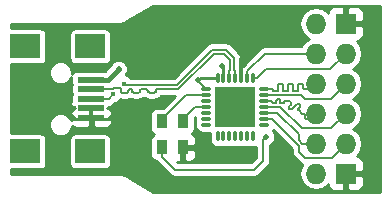
<source format=gtl>
G04 #@! TF.FileFunction,Copper,L1,Top,Signal*
%FSLAX46Y46*%
G04 Gerber Fmt 4.6, Leading zero omitted, Abs format (unit mm)*
G04 Created by KiCad (PCBNEW 4.0.1-product) date Wed 24 Feb 2016 04:31:22 PM PST*
%MOMM*%
G01*
G04 APERTURE LIST*
%ADD10C,0.100000*%
%ADD11R,2.301240X0.500380*%
%ADD12R,2.499360X1.998980*%
%ADD13R,0.900000X1.200000*%
%ADD14O,0.300000X0.850000*%
%ADD15O,0.850000X0.300000*%
%ADD16R,1.675000X1.675000*%
%ADD17O,1.727200X1.727200*%
%ADD18R,1.727200X1.727200*%
%ADD19C,0.500000*%
%ADD20C,0.440000*%
%ADD21C,0.250000*%
%ADD22C,0.160000*%
%ADD23C,0.400000*%
%ADD24C,0.350000*%
%ADD25C,0.300000*%
%ADD26C,0.254000*%
G04 APERTURE END LIST*
D10*
D11*
X77449320Y-47399800D03*
X77449320Y-48199900D03*
X77449320Y-49000000D03*
X77449320Y-49800100D03*
X77449320Y-50600200D03*
D12*
X77350260Y-44549920D03*
X71851160Y-44549920D03*
X77350260Y-53450080D03*
X71851160Y-53450080D03*
D13*
X83400000Y-53100000D03*
X83400000Y-50900000D03*
X85200000Y-50900000D03*
X85200000Y-53100000D03*
D14*
X91128533Y-47253565D03*
X90628533Y-47253565D03*
X90128533Y-47253565D03*
X89628533Y-47253565D03*
X89128533Y-47253565D03*
X88628533Y-47253565D03*
X88128533Y-47253565D03*
D15*
X87178533Y-48203565D03*
X87178533Y-48703565D03*
X87178533Y-49203565D03*
X87178533Y-49703565D03*
X87178533Y-50203565D03*
X87178533Y-50703565D03*
X87178533Y-51203565D03*
D14*
X88128533Y-52153565D03*
X88628533Y-52153565D03*
X89128533Y-52153565D03*
X89628533Y-52153565D03*
X90128533Y-52153565D03*
X90628533Y-52153565D03*
X91128533Y-52153565D03*
D15*
X92078533Y-51203565D03*
X92078533Y-50703565D03*
X92078533Y-50203565D03*
X92078533Y-49703565D03*
X92078533Y-49203565D03*
X92078533Y-48703565D03*
X92078533Y-48203565D03*
D16*
X88791033Y-50541065D03*
X90466033Y-50541065D03*
X88791033Y-48866065D03*
X90466033Y-48866065D03*
D17*
X96460000Y-55330000D03*
D18*
X99000000Y-55330000D03*
D17*
X96460000Y-52790000D03*
X99000000Y-52790000D03*
X96460000Y-50250000D03*
X99000000Y-50250000D03*
X96460000Y-47710000D03*
X99000000Y-47710000D03*
X96460000Y-45170000D03*
X99000000Y-45170000D03*
X96460000Y-42630000D03*
D18*
X99000000Y-42630000D03*
D19*
X86500000Y-47450000D03*
X79750000Y-46500000D03*
D20*
X86750000Y-52750000D03*
X90500000Y-45250000D03*
D19*
X92250000Y-52250000D03*
X88500000Y-46250000D03*
D20*
X80200000Y-47709990D03*
X79300000Y-48630010D03*
D21*
X86500000Y-47450000D02*
X86500000Y-47525032D01*
D22*
X86500000Y-47525032D02*
X87178533Y-48203565D01*
D21*
X86696435Y-47253565D02*
X86500000Y-47450000D01*
X88128533Y-47253565D02*
X86696435Y-47253565D01*
D23*
X77449320Y-47399800D02*
X78850200Y-47399800D01*
X78850200Y-47399800D02*
X79750000Y-46500000D01*
D22*
X85200000Y-53100000D02*
X86400000Y-53100000D01*
X86400000Y-53100000D02*
X86750000Y-52750000D01*
D24*
X90128533Y-47253565D02*
X90128533Y-45621467D01*
X90128533Y-45621467D02*
X90500000Y-45250000D01*
D25*
X77449320Y-49800100D02*
X77449320Y-50600200D01*
D22*
X83400000Y-53100000D02*
X83400000Y-53900000D01*
X83400000Y-53900000D02*
X84500000Y-55000000D01*
X92000000Y-54250000D02*
X92000000Y-52500000D01*
X84500000Y-55000000D02*
X91250000Y-55000000D01*
X91250000Y-55000000D02*
X92000000Y-54250000D01*
X92000000Y-52500000D02*
X92250000Y-52250000D01*
D21*
X88628533Y-47253565D02*
X88628533Y-46378533D01*
X88628533Y-46378533D02*
X88500000Y-46250000D01*
D22*
X95290000Y-52790000D02*
X96460000Y-52790000D01*
X95000000Y-52000000D02*
X95000000Y-52500000D01*
X95000000Y-52500000D02*
X95290000Y-52790000D01*
X93203565Y-50203565D02*
X95000000Y-52000000D01*
X92078533Y-50203565D02*
X93203565Y-50203565D01*
X79288873Y-48071254D02*
X79300000Y-48070000D01*
X79870000Y-48070000D02*
X79881126Y-48071254D01*
X77500000Y-48250000D02*
X77580000Y-48170000D01*
X79923760Y-48353378D02*
X79934854Y-48385082D01*
X79976476Y-48437274D02*
X80004917Y-48455145D01*
X80473378Y-48466239D02*
X80505082Y-48455145D01*
X79248746Y-48131127D02*
X79251253Y-48108874D01*
X82903760Y-48286621D02*
X82914854Y-48254917D01*
X77580000Y-48170000D02*
X79200000Y-48170000D01*
X80440000Y-48470000D02*
X80473378Y-48466239D01*
X82932725Y-48226476D02*
X82956476Y-48202725D01*
X87820416Y-45170000D02*
X88679584Y-45170000D01*
X80557274Y-48413523D02*
X80575145Y-48385082D01*
X79200000Y-48170000D02*
X79211126Y-48168747D01*
X82783378Y-48466239D02*
X82815082Y-48455145D01*
X79211126Y-48168747D02*
X79221694Y-48165049D01*
X82867274Y-48413523D02*
X82885145Y-48385082D01*
X80740000Y-48170000D02*
X80773378Y-48173760D01*
X79221694Y-48165049D02*
X79231174Y-48159092D01*
X80922725Y-48413523D02*
X80946476Y-48437274D01*
X79254951Y-48098306D02*
X79260908Y-48088826D01*
X81443378Y-48466239D02*
X81475082Y-48455145D01*
X79909091Y-48088826D02*
X79915048Y-48098306D01*
X82233760Y-48353378D02*
X82244854Y-48385082D01*
X80946476Y-48437274D02*
X80974917Y-48455145D01*
X79231174Y-48159092D02*
X79239091Y-48151175D01*
X79239091Y-48151175D02*
X79245048Y-48141695D01*
X82914854Y-48254917D02*
X82932725Y-48226476D01*
X79245048Y-48141695D02*
X79248746Y-48131127D01*
X82145082Y-48184854D02*
X82173523Y-48202725D01*
X79251253Y-48108874D02*
X79254951Y-48098306D01*
X79260908Y-48088826D02*
X79268825Y-48080909D01*
X79278305Y-48074952D02*
X79288873Y-48071254D01*
X79952725Y-48413523D02*
X79976476Y-48437274D01*
X82956476Y-48202725D02*
X82984917Y-48184854D01*
X79268825Y-48080909D02*
X79278305Y-48074952D01*
X80857274Y-48226476D02*
X80875145Y-48254917D01*
X79300000Y-48070000D02*
X79870000Y-48070000D01*
X79891694Y-48074952D02*
X79901174Y-48080909D01*
X80070000Y-48470000D02*
X80440000Y-48470000D01*
X81556239Y-48353378D02*
X81563760Y-48286621D01*
X79881126Y-48071254D02*
X79891694Y-48074952D01*
X81563760Y-48286621D02*
X81574854Y-48254917D01*
X82286476Y-48437274D02*
X82314917Y-48455145D01*
X89128533Y-46678565D02*
X89128533Y-47253565D01*
X80586239Y-48353378D02*
X80593760Y-48286621D01*
X80004917Y-48455145D02*
X80036621Y-48466239D01*
X79901174Y-48080909D02*
X79909091Y-48088826D01*
X79915048Y-48098306D02*
X79918746Y-48108874D01*
X81475082Y-48455145D02*
X81503523Y-48437274D01*
X80833523Y-48202725D02*
X80857274Y-48226476D01*
X79918746Y-48108874D02*
X79920000Y-48120000D01*
X82843523Y-48437274D02*
X82867274Y-48413523D01*
X79920000Y-48120000D02*
X79920000Y-48320000D01*
X81574854Y-48254917D02*
X81592725Y-48226476D01*
X79920000Y-48320000D02*
X79923760Y-48353378D01*
X82244854Y-48385082D02*
X82262725Y-48413523D01*
X80505082Y-48455145D02*
X80533523Y-48437274D01*
X79934854Y-48385082D02*
X79952725Y-48413523D01*
X88679584Y-45170000D02*
X89208533Y-45698949D01*
X80893760Y-48353378D02*
X80904854Y-48385082D01*
X80646476Y-48202725D02*
X80674917Y-48184854D01*
X80036621Y-48466239D02*
X80070000Y-48470000D01*
X81710000Y-48170000D02*
X82080000Y-48170000D01*
X89208533Y-46598565D02*
X89128533Y-46678565D01*
X81527274Y-48413523D02*
X81545145Y-48385082D01*
X82346621Y-48466239D02*
X82380000Y-48470000D01*
X80533523Y-48437274D02*
X80557274Y-48413523D01*
X80974917Y-48455145D02*
X81006621Y-48466239D01*
X80575145Y-48385082D02*
X80586239Y-48353378D01*
X80593760Y-48286621D02*
X80604854Y-48254917D01*
X80604854Y-48254917D02*
X80622725Y-48226476D01*
X80622725Y-48226476D02*
X80646476Y-48202725D01*
X80674917Y-48184854D02*
X80706621Y-48173760D01*
X81410000Y-48470000D02*
X81443378Y-48466239D01*
X80706621Y-48173760D02*
X80740000Y-48170000D01*
X80773378Y-48173760D02*
X80805082Y-48184854D01*
X80805082Y-48184854D02*
X80833523Y-48202725D01*
X80875145Y-48254917D02*
X80886239Y-48286621D01*
X80886239Y-48286621D02*
X80893760Y-48353378D01*
X82750000Y-48470000D02*
X82783378Y-48466239D01*
X80904854Y-48385082D02*
X80922725Y-48413523D01*
X81006621Y-48466239D02*
X81040000Y-48470000D01*
X81040000Y-48470000D02*
X81410000Y-48470000D01*
X81503523Y-48437274D02*
X81527274Y-48413523D01*
X81545145Y-48385082D02*
X81556239Y-48353378D01*
X81592725Y-48226476D02*
X81616476Y-48202725D01*
X81616476Y-48202725D02*
X81644917Y-48184854D01*
X81644917Y-48184854D02*
X81676621Y-48173760D01*
X81676621Y-48173760D02*
X81710000Y-48170000D01*
X82080000Y-48170000D02*
X82113378Y-48173760D01*
X82113378Y-48173760D02*
X82145082Y-48184854D01*
X82173523Y-48202725D02*
X82197274Y-48226476D01*
X82197274Y-48226476D02*
X82215145Y-48254917D01*
X82215145Y-48254917D02*
X82226239Y-48286621D01*
X82226239Y-48286621D02*
X82233760Y-48353378D01*
X82262725Y-48413523D02*
X82286476Y-48437274D01*
X82314917Y-48455145D02*
X82346621Y-48466239D01*
X82380000Y-48470000D02*
X82750000Y-48470000D01*
X82815082Y-48455145D02*
X82843523Y-48437274D01*
X82885145Y-48385082D02*
X82896239Y-48353378D01*
X84820416Y-48170000D02*
X87820416Y-45170000D01*
X82896239Y-48353378D02*
X82903760Y-48286621D01*
X83050000Y-48170000D02*
X84820416Y-48170000D01*
X82984917Y-48184854D02*
X83016621Y-48173760D01*
X83016621Y-48173760D02*
X83050000Y-48170000D01*
X89208533Y-45698949D02*
X89208533Y-46598565D01*
X80200000Y-47709990D02*
X80200000Y-47800000D01*
X88820416Y-44830000D02*
X89548533Y-45558117D01*
X80200000Y-47800000D02*
X80230000Y-47830000D01*
X80230000Y-47830000D02*
X84679584Y-47830000D01*
X89548533Y-46598565D02*
X89628533Y-46678565D01*
X84679584Y-47830000D02*
X87679584Y-44830000D01*
X87679584Y-44830000D02*
X88820416Y-44830000D01*
X89548533Y-45558117D02*
X89548533Y-46598565D01*
X89628533Y-46678565D02*
X89628533Y-47253565D01*
X77449320Y-49000000D02*
X78930010Y-49000000D01*
X78930010Y-49000000D02*
X79300000Y-48630010D01*
X90628533Y-47253565D02*
X90628533Y-46668565D01*
X90628533Y-46668565D02*
X92127098Y-45170000D01*
X92127098Y-45170000D02*
X95238686Y-45170000D01*
X95238686Y-45170000D02*
X96460000Y-45170000D01*
X91128533Y-47253565D02*
X91438533Y-47253565D01*
X91438533Y-47253565D02*
X92192098Y-46500000D01*
X92192098Y-46500000D02*
X97670000Y-46500000D01*
X97670000Y-46500000D02*
X99000000Y-45170000D01*
X95500000Y-49000000D02*
X97710000Y-49000000D01*
X97710000Y-49000000D02*
X99000000Y-47710000D01*
X95203565Y-48703565D02*
X95500000Y-49000000D01*
X92078533Y-48703565D02*
X95203565Y-48703565D01*
X95000000Y-53500000D02*
X95500000Y-54000000D01*
X95500000Y-54000000D02*
X97790000Y-54000000D01*
X97790000Y-54000000D02*
X98136401Y-53653599D01*
X98136401Y-53653599D02*
X99000000Y-52790000D01*
X95000000Y-52963330D02*
X95000000Y-53500000D01*
X92078533Y-50703565D02*
X92740235Y-50703565D01*
X92740235Y-50703565D02*
X95000000Y-52963330D01*
X87178533Y-48703565D02*
X85446435Y-48703565D01*
X85446435Y-48703565D02*
X83400000Y-50750000D01*
X83400000Y-50750000D02*
X83400000Y-50900000D01*
X85200000Y-50900000D02*
X85200000Y-50750000D01*
X85200000Y-50750000D02*
X86246435Y-49703565D01*
X86246435Y-49703565D02*
X86593533Y-49703565D01*
X86593533Y-49703565D02*
X87178533Y-49703565D01*
X97750000Y-51500000D02*
X99000000Y-50250000D01*
X95250000Y-51500000D02*
X97750000Y-51500000D01*
X93453565Y-49703565D02*
X95250000Y-51500000D01*
X92078533Y-49703565D02*
X93453565Y-49703565D01*
X92078533Y-48203565D02*
X92750000Y-48203565D01*
X94577791Y-48349148D02*
X94852209Y-48349148D01*
X92766197Y-48205390D02*
X92781582Y-48210773D01*
X93242791Y-48276356D02*
X93242791Y-48203565D01*
X92750000Y-48203565D02*
X92766197Y-48205390D01*
X92781582Y-48210773D02*
X92795384Y-48219445D01*
X93245000Y-48203565D02*
X93245000Y-47917982D01*
X94012209Y-48349148D02*
X94028406Y-48347322D01*
X93215384Y-48333267D02*
X93226910Y-48321741D01*
X92895582Y-48349148D02*
X93170000Y-48349148D01*
X94203884Y-47728779D02*
X94248270Y-47713248D01*
X93363884Y-47728779D02*
X93408270Y-47713248D01*
X92795384Y-48219445D02*
X92806910Y-48230971D01*
X93265796Y-47826867D02*
X93290815Y-47787050D01*
X93250265Y-47871253D02*
X93265796Y-47826867D01*
X92806910Y-48230971D02*
X92815582Y-48244773D01*
X94546208Y-48341939D02*
X94561593Y-48347322D01*
X92820965Y-48260158D02*
X92824616Y-48292554D01*
X92815582Y-48244773D02*
X92820965Y-48260158D01*
X92824616Y-48292554D02*
X92829999Y-48307939D01*
X93201582Y-48341939D02*
X93215384Y-48333267D01*
X94868406Y-48347322D02*
X94883791Y-48341939D01*
X94970815Y-47787050D02*
X95004067Y-47753798D01*
X95350265Y-48040295D02*
X95365796Y-48084681D01*
X92850197Y-48333267D02*
X92863999Y-48341939D01*
X92829999Y-48307939D02*
X92838671Y-48321741D01*
X92838671Y-48321741D02*
X92850197Y-48333267D01*
X93170000Y-48349148D02*
X93186197Y-48347322D01*
X93408270Y-47713248D02*
X93455000Y-47707982D01*
X92863999Y-48341939D02*
X92879384Y-48347322D01*
X94459184Y-47787050D02*
X94484203Y-47826867D01*
X94505000Y-47917982D02*
X94505000Y-48276357D01*
X93665000Y-48276357D02*
X93666825Y-48292554D01*
X93737791Y-48349148D02*
X94012209Y-48349148D01*
X92879384Y-48347322D02*
X92895582Y-48349148D01*
X93665000Y-47917982D02*
X93665000Y-48276357D01*
X93186197Y-48347322D02*
X93201582Y-48341939D01*
X94852209Y-48349148D02*
X94868406Y-48347322D01*
X93240965Y-48292554D02*
X93242791Y-48276356D01*
X93226910Y-48321741D02*
X93235582Y-48307939D01*
X93235582Y-48307939D02*
X93240965Y-48292554D01*
X94561593Y-48347322D02*
X94577791Y-48349148D01*
X94909119Y-48321741D02*
X94917791Y-48307939D01*
X95265932Y-47753798D02*
X95299184Y-47787050D01*
X93324067Y-47753798D02*
X93363884Y-47728779D01*
X95555000Y-48203565D02*
X95966435Y-48203565D01*
X93242791Y-48203565D02*
X93245000Y-48203565D01*
X93245000Y-47917982D02*
X93250265Y-47871253D01*
X93290815Y-47787050D02*
X93324067Y-47753798D01*
X93455000Y-47707982D02*
X93501729Y-47713248D01*
X93501729Y-47713248D02*
X93546115Y-47728779D01*
X95135000Y-47707982D02*
X95181729Y-47713248D01*
X93546115Y-47728779D02*
X93585932Y-47753798D01*
X94043791Y-48341939D02*
X94057593Y-48333267D01*
X93585932Y-47753798D02*
X93619184Y-47787050D01*
X94130815Y-47787050D02*
X94164067Y-47753798D01*
X93619184Y-47787050D02*
X93644203Y-47826867D01*
X95508270Y-48198300D02*
X95555000Y-48203565D01*
X93644203Y-47826867D02*
X93659734Y-47871253D01*
X93659734Y-47871253D02*
X93665000Y-47917982D01*
X94945796Y-47826867D02*
X94970815Y-47787050D01*
X93666825Y-48292554D02*
X93672208Y-48307939D01*
X94083174Y-48292554D02*
X94085000Y-48276357D01*
X94883791Y-48341939D02*
X94897593Y-48333267D01*
X93672208Y-48307939D02*
X93680880Y-48321741D01*
X94090265Y-47871253D02*
X94105796Y-47826867D01*
X94057593Y-48333267D02*
X94069119Y-48321741D01*
X95324203Y-47826867D02*
X95339734Y-47871253D01*
X93680880Y-48321741D02*
X93692406Y-48333267D01*
X94512208Y-48307939D02*
X94520880Y-48321741D01*
X93692406Y-48333267D02*
X93706208Y-48341939D01*
X93706208Y-48341939D02*
X93721593Y-48347322D01*
X93721593Y-48347322D02*
X93737791Y-48349148D01*
X94069119Y-48321741D02*
X94077791Y-48307939D01*
X94105796Y-47826867D02*
X94130815Y-47787050D01*
X94028406Y-48347322D02*
X94043791Y-48341939D01*
X94077791Y-48307939D02*
X94083174Y-48292554D01*
X94085000Y-48276357D02*
X94085000Y-47917982D01*
X95345000Y-47917982D02*
X95345000Y-47993565D01*
X94085000Y-47917982D02*
X94090265Y-47871253D01*
X94164067Y-47753798D02*
X94203884Y-47728779D01*
X94248270Y-47713248D02*
X94295000Y-47707982D01*
X94295000Y-47707982D02*
X94341729Y-47713248D01*
X94341729Y-47713248D02*
X94386115Y-47728779D01*
X94386115Y-47728779D02*
X94425932Y-47753798D01*
X94425932Y-47753798D02*
X94459184Y-47787050D01*
X94484203Y-47826867D02*
X94499734Y-47871253D01*
X96409013Y-47760987D02*
X96460000Y-47710000D01*
X94499734Y-47871253D02*
X94505000Y-47917982D01*
X94505000Y-48276357D02*
X94506825Y-48292554D01*
X94506825Y-48292554D02*
X94512208Y-48307939D01*
X94520880Y-48321741D02*
X94532406Y-48333267D01*
X95004067Y-47753798D02*
X95043884Y-47728779D01*
X94532406Y-48333267D02*
X94546208Y-48341939D01*
X94897593Y-48333267D02*
X94909119Y-48321741D01*
X94917791Y-48307939D02*
X94923174Y-48292554D01*
X94923174Y-48292554D02*
X94925000Y-48276357D01*
X94925000Y-48276357D02*
X94925000Y-47917982D01*
X94925000Y-47917982D02*
X94930265Y-47871253D01*
X94930265Y-47871253D02*
X94945796Y-47826867D01*
X95043884Y-47728779D02*
X95088270Y-47713248D01*
X95088270Y-47713248D02*
X95135000Y-47707982D01*
X95181729Y-47713248D02*
X95226115Y-47728779D01*
X95226115Y-47728779D02*
X95265932Y-47753798D01*
X95299184Y-47787050D02*
X95324203Y-47826867D01*
X95339734Y-47871253D02*
X95345000Y-47917982D01*
X95463884Y-48182769D02*
X95508270Y-48198300D01*
X95345000Y-47993565D02*
X95350265Y-48040295D01*
X95365796Y-48084681D02*
X95390815Y-48124498D01*
X95390815Y-48124498D02*
X95424067Y-48157750D01*
X95424067Y-48157750D02*
X95463884Y-48182769D01*
X95966435Y-48203565D02*
X96409013Y-47760987D01*
X92078533Y-49203565D02*
X92725178Y-49203565D01*
X93118572Y-49203565D02*
X93120178Y-49203565D01*
X95115988Y-49612230D02*
X95100441Y-49644510D01*
X92800412Y-49293291D02*
X92805840Y-49308804D01*
X92725178Y-49203565D02*
X92741509Y-49205405D01*
X92840121Y-49343085D02*
X92855634Y-49348513D01*
X94879842Y-49423910D02*
X94912121Y-49408364D01*
X93061509Y-49348513D02*
X93077022Y-49343085D01*
X92741509Y-49205405D02*
X92757022Y-49210833D01*
X95594906Y-50636547D02*
X95620241Y-50661882D01*
X92814584Y-49322720D02*
X92826205Y-49334341D01*
X93111303Y-49308804D02*
X93116731Y-49293291D01*
X92757022Y-49210833D02*
X92770938Y-49219577D01*
X94912121Y-49408364D02*
X94947052Y-49400391D01*
X93136190Y-49084410D02*
X93147811Y-49072789D01*
X94947052Y-49400391D02*
X94982880Y-49400391D01*
X94351027Y-49897687D02*
X94385957Y-49889715D01*
X92770938Y-49219577D02*
X92782559Y-49231198D01*
X94182092Y-49791539D02*
X94197637Y-49823819D01*
X93432909Y-49098326D02*
X93438337Y-49113839D01*
X95100442Y-49474260D02*
X95115987Y-49506540D01*
X93118572Y-49276959D02*
X93118572Y-49203565D01*
X92791303Y-49245114D02*
X92796731Y-49260627D01*
X92855634Y-49348513D02*
X92871966Y-49350354D01*
X95123959Y-49541470D02*
X95123960Y-49577300D01*
X93447446Y-49308804D02*
X93456190Y-49322720D01*
X96165093Y-49863453D02*
X96184155Y-49893790D01*
X96234906Y-50189759D02*
X96260241Y-50215094D01*
X92782559Y-49231198D02*
X92791303Y-49245114D01*
X95250000Y-50250000D02*
X95400000Y-50250000D01*
X94219976Y-49625557D02*
X94197637Y-49653569D01*
X92871966Y-49350354D02*
X93045178Y-49350354D01*
X93767446Y-49245114D02*
X93776190Y-49231198D01*
X95078103Y-49672522D02*
X94988450Y-49762176D01*
X92796731Y-49260627D02*
X92800412Y-49293291D01*
X95650578Y-50680944D02*
X95684396Y-50692777D01*
X93398628Y-49064045D02*
X93412544Y-49072789D01*
X93440178Y-49130170D02*
X93440178Y-49276960D01*
X93116731Y-49293291D02*
X93118572Y-49276959D01*
X93045178Y-49350354D02*
X93061509Y-49348513D01*
X92805840Y-49308804D02*
X92814584Y-49322720D01*
X92826205Y-49334341D02*
X92840121Y-49343085D01*
X93077022Y-49343085D02*
X93090938Y-49334341D01*
X93122018Y-49113839D02*
X93127446Y-49098326D01*
X93456190Y-49322720D02*
X93467811Y-49334341D01*
X93787811Y-49219577D02*
X93801727Y-49210833D01*
X94942593Y-49893227D02*
X94950566Y-49928158D01*
X96324396Y-50245989D02*
X96360000Y-50250000D01*
X93090938Y-49334341D02*
X93102559Y-49322720D01*
X93467811Y-49334341D02*
X93481727Y-49343085D01*
X94966110Y-49960437D02*
X94988450Y-49988450D01*
X93102559Y-49322720D02*
X93111303Y-49308804D01*
X96260241Y-50215094D02*
X96290578Y-50234156D01*
X95017811Y-49408364D02*
X95050092Y-49423910D01*
X93481727Y-49343085D02*
X93497240Y-49348513D01*
X93120178Y-49203565D02*
X93120178Y-49130170D01*
X94247987Y-49874169D02*
X94280268Y-49889715D01*
X93120178Y-49130170D02*
X93122018Y-49113839D01*
X93833572Y-49203565D02*
X94203565Y-49203565D01*
X93127446Y-49098326D02*
X93136190Y-49084410D01*
X93801727Y-49210833D02*
X93817240Y-49205405D01*
X95560000Y-50410000D02*
X95560000Y-50536789D01*
X94988450Y-49762176D02*
X94966110Y-49790187D01*
X94309630Y-49535904D02*
X94219976Y-49625557D01*
X93147811Y-49072789D02*
X93161727Y-49064045D01*
X93438337Y-49113839D02*
X93440178Y-49130170D01*
X94988450Y-49988450D02*
X95250000Y-50250000D01*
X93161727Y-49064045D02*
X93177240Y-49058617D01*
X93703115Y-49348513D02*
X93718628Y-49343085D01*
X93177240Y-49058617D02*
X93193572Y-49056776D01*
X93744165Y-49322720D02*
X93752909Y-49308804D01*
X93193572Y-49056776D02*
X93366784Y-49056776D01*
X94418238Y-49874169D02*
X94446250Y-49851831D01*
X93366784Y-49056776D02*
X93383115Y-49058617D01*
X93383115Y-49058617D02*
X93398628Y-49064045D01*
X94966110Y-49790187D02*
X94950566Y-49822468D01*
X93440178Y-49276960D02*
X93442018Y-49293291D01*
X93412544Y-49072789D02*
X93424165Y-49084410D01*
X93424165Y-49084410D02*
X93432909Y-49098326D01*
X93442018Y-49293291D02*
X93447446Y-49308804D01*
X93497240Y-49348513D02*
X93513572Y-49350354D01*
X95469421Y-50265844D02*
X95499758Y-50284906D01*
X93752909Y-49308804D02*
X93758337Y-49293291D01*
X93513572Y-49350354D02*
X93686784Y-49350354D01*
X93776190Y-49231198D02*
X93787811Y-49219577D01*
X93686784Y-49350354D02*
X93703115Y-49348513D01*
X94174119Y-49720780D02*
X94174119Y-49756608D01*
X93718628Y-49343085D02*
X93732544Y-49334341D01*
X94197637Y-49653569D02*
X94182092Y-49685849D01*
X93732544Y-49334341D02*
X93744165Y-49322720D01*
X94446250Y-49851831D02*
X94649040Y-49649040D01*
X93758337Y-49293291D02*
X93762018Y-49260627D01*
X93762018Y-49260627D02*
X93767446Y-49245114D01*
X93817240Y-49205405D02*
X93833572Y-49203565D01*
X94203565Y-49203565D02*
X94309630Y-49309630D01*
X94309630Y-49309630D02*
X94331968Y-49337641D01*
X94950566Y-49928158D02*
X94966110Y-49960437D01*
X94950566Y-49822468D02*
X94942593Y-49857399D01*
X94331968Y-49337641D02*
X94347514Y-49369922D01*
X94347514Y-49369922D02*
X94355486Y-49404852D01*
X95525093Y-50310241D02*
X95544155Y-50340578D01*
X94315198Y-49897687D02*
X94351027Y-49897687D01*
X94355486Y-49404852D02*
X94355486Y-49440681D01*
X94355486Y-49440681D02*
X94347514Y-49475611D01*
X95078103Y-49446248D02*
X95100442Y-49474260D01*
X94197637Y-49823819D02*
X94219976Y-49851831D01*
X95864155Y-50606210D02*
X95875988Y-50572392D01*
X94347514Y-49475611D02*
X94331968Y-49507892D01*
X94331968Y-49507892D02*
X94309630Y-49535904D01*
X94182092Y-49685849D02*
X94174119Y-49720780D01*
X94982880Y-49400391D02*
X95017811Y-49408364D01*
X94174119Y-49756608D02*
X94182092Y-49791539D01*
X94219976Y-49851831D02*
X94247987Y-49874169D01*
X95564011Y-50572392D02*
X95575844Y-50606210D01*
X95499758Y-50284906D02*
X95525093Y-50310241D01*
X94280268Y-49889715D02*
X94315198Y-49897687D01*
X94385957Y-49889715D02*
X94418238Y-49874169D01*
X95560000Y-50536789D02*
X95564011Y-50572392D01*
X94649040Y-49649040D02*
X94851831Y-49446250D01*
X94851831Y-49446250D02*
X94879842Y-49423910D01*
X95050092Y-49423910D02*
X95078103Y-49446248D01*
X95115987Y-49506540D02*
X95123959Y-49541470D01*
X95123960Y-49577300D02*
X95115988Y-49612230D01*
X95100441Y-49644510D02*
X95078103Y-49672522D01*
X95884011Y-49927608D02*
X95895844Y-49893790D01*
X96195988Y-49927608D02*
X96200000Y-49963211D01*
X95720000Y-50696789D02*
X95755603Y-50692777D01*
X94942593Y-49857399D02*
X94942593Y-49893227D01*
X95789421Y-50680944D02*
X95819758Y-50661882D01*
X95400000Y-50250000D02*
X95435603Y-50254011D01*
X95435603Y-50254011D02*
X95469421Y-50265844D01*
X95544155Y-50340578D02*
X95555988Y-50374396D01*
X95555988Y-50374396D02*
X95560000Y-50410000D01*
X95575844Y-50606210D02*
X95594906Y-50636547D01*
X95620241Y-50661882D02*
X95650578Y-50680944D01*
X95684396Y-50692777D02*
X95720000Y-50696789D01*
X95755603Y-50692777D02*
X95789421Y-50680944D01*
X95819758Y-50661882D02*
X95845093Y-50636547D01*
X96204011Y-50125604D02*
X96215844Y-50159422D01*
X95845093Y-50636547D02*
X95864155Y-50606210D01*
X96184155Y-49893790D02*
X96195988Y-49927608D01*
X96200000Y-50090000D02*
X96204011Y-50125604D01*
X95875988Y-50572392D02*
X95880000Y-50536789D01*
X95880000Y-50536789D02*
X95880000Y-49963211D01*
X95880000Y-49963211D02*
X95884011Y-49927608D01*
X95895844Y-49893790D02*
X95914906Y-49863453D01*
X95914906Y-49863453D02*
X95940241Y-49838118D01*
X95940241Y-49838118D02*
X95970578Y-49819056D01*
X96215844Y-50159422D02*
X96234906Y-50189759D01*
X95970578Y-49819056D02*
X96004396Y-49807223D01*
X96004396Y-49807223D02*
X96040000Y-49803211D01*
X96040000Y-49803211D02*
X96075603Y-49807223D01*
X96075603Y-49807223D02*
X96109421Y-49819056D01*
X96109421Y-49819056D02*
X96139758Y-49838118D01*
X96139758Y-49838118D02*
X96165093Y-49863453D01*
X96200000Y-49963211D02*
X96200000Y-50090000D01*
X96290578Y-50234156D02*
X96324396Y-50245989D01*
X96360000Y-50250000D02*
X96460000Y-50250000D01*
D26*
G36*
X101873000Y-56873000D02*
X82673669Y-56873000D01*
X80322589Y-55462352D01*
X80278704Y-55446627D01*
X80239943Y-55420728D01*
X80164600Y-55405741D01*
X80092284Y-55379829D01*
X80045723Y-55382095D01*
X80000000Y-55373000D01*
X70627000Y-55373000D01*
X70627000Y-54986894D01*
X73100840Y-54986894D01*
X73306465Y-54945993D01*
X73480785Y-54829515D01*
X73597263Y-54655195D01*
X73638164Y-54449570D01*
X73638164Y-52450590D01*
X75563256Y-52450590D01*
X75563256Y-54449570D01*
X75604157Y-54655195D01*
X75720635Y-54829515D01*
X75894955Y-54945993D01*
X76100580Y-54986894D01*
X78599940Y-54986894D01*
X78805565Y-54945993D01*
X78979885Y-54829515D01*
X79096363Y-54655195D01*
X79137264Y-54449570D01*
X79137264Y-52450590D01*
X79096363Y-52244965D01*
X78979885Y-52070645D01*
X78805565Y-51954167D01*
X78599940Y-51913266D01*
X76100580Y-51913266D01*
X75894955Y-51954167D01*
X75720635Y-52070645D01*
X75604157Y-52244965D01*
X75563256Y-52450590D01*
X73638164Y-52450590D01*
X73597263Y-52244965D01*
X73480785Y-52070645D01*
X73306465Y-51954167D01*
X73100840Y-51913266D01*
X70627000Y-51913266D01*
X70627000Y-51393041D01*
X73874151Y-51393041D01*
X74022513Y-51752105D01*
X74296990Y-52027061D01*
X74655794Y-52176050D01*
X75044301Y-52176389D01*
X75403365Y-52028027D01*
X75678321Y-51753550D01*
X75827310Y-51394746D01*
X75827413Y-51277128D01*
X75939002Y-51388717D01*
X76172391Y-51485390D01*
X77163570Y-51485390D01*
X77322320Y-51326640D01*
X77322320Y-50725295D01*
X77576320Y-50725295D01*
X77576320Y-51326640D01*
X77735070Y-51485390D01*
X78726249Y-51485390D01*
X78959638Y-51388717D01*
X79138267Y-51210089D01*
X79234940Y-50976700D01*
X79234940Y-50884045D01*
X79076190Y-50725295D01*
X77576320Y-50725295D01*
X77322320Y-50725295D01*
X75822450Y-50725295D01*
X75743986Y-50803759D01*
X75679287Y-50647175D01*
X75404810Y-50372219D01*
X75046006Y-50223230D01*
X74657499Y-50222891D01*
X74298435Y-50371253D01*
X74023479Y-50645730D01*
X73874490Y-51004534D01*
X73874151Y-51393041D01*
X70627000Y-51393041D01*
X70627000Y-46993761D01*
X73874151Y-46993761D01*
X74022513Y-47352825D01*
X74296990Y-47627781D01*
X74655794Y-47776770D01*
X75044301Y-47777109D01*
X75403365Y-47628747D01*
X75678321Y-47354270D01*
X75761376Y-47154252D01*
X75761376Y-47649990D01*
X75791185Y-47799850D01*
X75761376Y-47949710D01*
X75761376Y-48450090D01*
X75791185Y-48599950D01*
X75761376Y-48749810D01*
X75761376Y-49189208D01*
X75760373Y-49190211D01*
X75663700Y-49423600D01*
X75663700Y-49516255D01*
X75822450Y-49675005D01*
X75985907Y-49675005D01*
X76093075Y-49746613D01*
X76095115Y-49747019D01*
X75939002Y-49811683D01*
X75825489Y-49925195D01*
X75822450Y-49925195D01*
X75663700Y-50083945D01*
X75663700Y-50176600D01*
X75673455Y-50200150D01*
X75663700Y-50223700D01*
X75663700Y-50316355D01*
X75822450Y-50475105D01*
X75825489Y-50475105D01*
X75939002Y-50588617D01*
X76172391Y-50685290D01*
X77163570Y-50685290D01*
X77322320Y-50526540D01*
X77322320Y-50453200D01*
X77576320Y-50453200D01*
X77576320Y-50526540D01*
X77735070Y-50685290D01*
X78726249Y-50685290D01*
X78959638Y-50588617D01*
X79073151Y-50475105D01*
X79076190Y-50475105D01*
X79234940Y-50316355D01*
X79234940Y-50223700D01*
X79225185Y-50200150D01*
X79234940Y-50176600D01*
X79234940Y-50083945D01*
X79076190Y-49925195D01*
X79073151Y-49925195D01*
X78959638Y-49811683D01*
X78803525Y-49747019D01*
X78805565Y-49746613D01*
X78912733Y-49675005D01*
X79076190Y-49675005D01*
X79234940Y-49516255D01*
X79234940Y-49512258D01*
X79359224Y-49429214D01*
X79411330Y-49377108D01*
X79447936Y-49377140D01*
X79722589Y-49263655D01*
X79929624Y-49056981D01*
X79968657Y-49069422D01*
X80002036Y-49073183D01*
X80036287Y-49070294D01*
X80070000Y-49077000D01*
X80440000Y-49077000D01*
X80473713Y-49070294D01*
X80507966Y-49073183D01*
X80541344Y-49069422D01*
X80592352Y-49053164D01*
X80606763Y-49053568D01*
X80627215Y-49045761D01*
X80673862Y-49039175D01*
X80705566Y-49028081D01*
X80740000Y-49007769D01*
X80774433Y-49028081D01*
X80806137Y-49039175D01*
X80852784Y-49045761D01*
X80873236Y-49053568D01*
X80887648Y-49053164D01*
X80938657Y-49069422D01*
X80972036Y-49073183D01*
X81006287Y-49070294D01*
X81040000Y-49077000D01*
X81410000Y-49077000D01*
X81443713Y-49070294D01*
X81477966Y-49073183D01*
X81511344Y-49069422D01*
X81562352Y-49053164D01*
X81576763Y-49053568D01*
X81597215Y-49045761D01*
X81643862Y-49039175D01*
X81675566Y-49028081D01*
X81716141Y-49004146D01*
X81734201Y-48998389D01*
X81735812Y-48998069D01*
X81736364Y-48997700D01*
X81736998Y-48997498D01*
X81738254Y-48996437D01*
X81754016Y-48985905D01*
X81798030Y-48969104D01*
X81826471Y-48951233D01*
X81860701Y-48918870D01*
X81877017Y-48909246D01*
X81878523Y-48908572D01*
X81878981Y-48908087D01*
X81879558Y-48907747D01*
X81880553Y-48906425D01*
X81893565Y-48892662D01*
X81895000Y-48891703D01*
X81896434Y-48892662D01*
X81909446Y-48906425D01*
X81910441Y-48907747D01*
X81911018Y-48908087D01*
X81911476Y-48908572D01*
X81912982Y-48909246D01*
X81929298Y-48918870D01*
X81963528Y-48951233D01*
X81991970Y-48969104D01*
X82035982Y-48985905D01*
X82051744Y-48996436D01*
X82053002Y-48997499D01*
X82053637Y-48997701D01*
X82054187Y-48998069D01*
X82055792Y-48998388D01*
X82073860Y-49004147D01*
X82114433Y-49028081D01*
X82146137Y-49039175D01*
X82192784Y-49045761D01*
X82213236Y-49053568D01*
X82227648Y-49053164D01*
X82278657Y-49069422D01*
X82312036Y-49073183D01*
X82346287Y-49070294D01*
X82380000Y-49077000D01*
X82750000Y-49077000D01*
X82783713Y-49070294D01*
X82817966Y-49073183D01*
X82851344Y-49069422D01*
X82902352Y-49053164D01*
X82916763Y-49053568D01*
X82937215Y-49045761D01*
X82983862Y-49039175D01*
X83015566Y-49028081D01*
X83056141Y-49004146D01*
X83074201Y-48998389D01*
X83075812Y-48998069D01*
X83076364Y-48997700D01*
X83076998Y-48997498D01*
X83078254Y-48996437D01*
X83094016Y-48985905D01*
X83138030Y-48969104D01*
X83166471Y-48951233D01*
X83200701Y-48918870D01*
X83217017Y-48909246D01*
X83218523Y-48908572D01*
X83218981Y-48908087D01*
X83219558Y-48907747D01*
X83220553Y-48906425D01*
X83233565Y-48892662D01*
X83272737Y-48866488D01*
X83296488Y-48842737D01*
X83322662Y-48803565D01*
X83336425Y-48790553D01*
X83337747Y-48789558D01*
X83338087Y-48788981D01*
X83338572Y-48788523D01*
X83339246Y-48787017D01*
X83345155Y-48777000D01*
X84514572Y-48777000D01*
X83528896Y-49762676D01*
X82950000Y-49762676D01*
X82744375Y-49803577D01*
X82570055Y-49920055D01*
X82453577Y-50094375D01*
X82412676Y-50300000D01*
X82412676Y-51500000D01*
X82453577Y-51705625D01*
X82570055Y-51879945D01*
X82744375Y-51996423D01*
X82762358Y-52000000D01*
X82744375Y-52003577D01*
X82570055Y-52120055D01*
X82453577Y-52294375D01*
X82412676Y-52500000D01*
X82412676Y-53700000D01*
X82453577Y-53905625D01*
X82570055Y-54079945D01*
X82744375Y-54196423D01*
X82903162Y-54228007D01*
X82970786Y-54329214D01*
X84070786Y-55429214D01*
X84267711Y-55560795D01*
X84500000Y-55607000D01*
X91250000Y-55607000D01*
X91482289Y-55560795D01*
X91679214Y-55429214D01*
X92429214Y-54679214D01*
X92560795Y-54482289D01*
X92607000Y-54250000D01*
X92607000Y-52943205D01*
X92689560Y-52909092D01*
X92908324Y-52690710D01*
X93026865Y-52405233D01*
X93027134Y-52096123D01*
X92909092Y-51810440D01*
X92809058Y-51710231D01*
X92850895Y-51682276D01*
X92854749Y-51676507D01*
X94393000Y-53214758D01*
X94393000Y-53500000D01*
X94439205Y-53732289D01*
X94570786Y-53929214D01*
X95070786Y-54429214D01*
X95267711Y-54560795D01*
X95309839Y-54569175D01*
X95175253Y-54770597D01*
X95069400Y-55302757D01*
X95069400Y-55357243D01*
X95175253Y-55889403D01*
X95476697Y-56340546D01*
X95927840Y-56641990D01*
X96460000Y-56747843D01*
X96992160Y-56641990D01*
X97443303Y-56340546D01*
X97501400Y-56253598D01*
X97501400Y-56319909D01*
X97598073Y-56553298D01*
X97776701Y-56731927D01*
X98010090Y-56828600D01*
X98714250Y-56828600D01*
X98873000Y-56669850D01*
X98873000Y-55457000D01*
X99127000Y-55457000D01*
X99127000Y-56669850D01*
X99285750Y-56828600D01*
X99989910Y-56828600D01*
X100223299Y-56731927D01*
X100401927Y-56553298D01*
X100498600Y-56319909D01*
X100498600Y-55615750D01*
X100339850Y-55457000D01*
X99127000Y-55457000D01*
X98873000Y-55457000D01*
X98853000Y-55457000D01*
X98853000Y-55203000D01*
X98873000Y-55203000D01*
X98873000Y-55183000D01*
X99127000Y-55183000D01*
X99127000Y-55203000D01*
X100339850Y-55203000D01*
X100498600Y-55044250D01*
X100498600Y-54340091D01*
X100401927Y-54106702D01*
X100223299Y-53928073D01*
X99989910Y-53831400D01*
X99937127Y-53831400D01*
X99983303Y-53800546D01*
X100284747Y-53349403D01*
X100390600Y-52817243D01*
X100390600Y-52762757D01*
X100284747Y-52230597D01*
X99983303Y-51779454D01*
X99595003Y-51520000D01*
X99983303Y-51260546D01*
X100284747Y-50809403D01*
X100390600Y-50277243D01*
X100390600Y-50222757D01*
X100284747Y-49690597D01*
X99983303Y-49239454D01*
X99595002Y-48980000D01*
X99983303Y-48720546D01*
X100284747Y-48269403D01*
X100390600Y-47737243D01*
X100390600Y-47682757D01*
X100284747Y-47150597D01*
X99983303Y-46699454D01*
X99595002Y-46440000D01*
X99983303Y-46180546D01*
X100284747Y-45729403D01*
X100390600Y-45197243D01*
X100390600Y-45142757D01*
X100284747Y-44610597D01*
X99983303Y-44159454D01*
X99937127Y-44128600D01*
X99989910Y-44128600D01*
X100223299Y-44031927D01*
X100401927Y-43853298D01*
X100498600Y-43619909D01*
X100498600Y-42915750D01*
X100339850Y-42757000D01*
X99127000Y-42757000D01*
X99127000Y-42777000D01*
X98873000Y-42777000D01*
X98873000Y-42757000D01*
X98853000Y-42757000D01*
X98853000Y-42503000D01*
X98873000Y-42503000D01*
X98873000Y-41290150D01*
X99127000Y-41290150D01*
X99127000Y-42503000D01*
X100339850Y-42503000D01*
X100498600Y-42344250D01*
X100498600Y-41640091D01*
X100401927Y-41406702D01*
X100223299Y-41228073D01*
X99989910Y-41131400D01*
X99285750Y-41131400D01*
X99127000Y-41290150D01*
X98873000Y-41290150D01*
X98714250Y-41131400D01*
X98010090Y-41131400D01*
X97776701Y-41228073D01*
X97598073Y-41406702D01*
X97501400Y-41640091D01*
X97501400Y-41706402D01*
X97443303Y-41619454D01*
X96992160Y-41318010D01*
X96460000Y-41212157D01*
X95927840Y-41318010D01*
X95476697Y-41619454D01*
X95175253Y-42070597D01*
X95069400Y-42602757D01*
X95069400Y-42657243D01*
X95175253Y-43189403D01*
X95476697Y-43640546D01*
X95864997Y-43900000D01*
X95476697Y-44159454D01*
X95207056Y-44563000D01*
X92127098Y-44563000D01*
X91894809Y-44609205D01*
X91697884Y-44740786D01*
X90245105Y-46193565D01*
X90155533Y-46193565D01*
X90155533Y-45558117D01*
X90109328Y-45325828D01*
X89977747Y-45128903D01*
X89249630Y-44400786D01*
X89052705Y-44269205D01*
X88820416Y-44223000D01*
X87679584Y-44223000D01*
X87447295Y-44269205D01*
X87250370Y-44400786D01*
X84428156Y-47223000D01*
X80769356Y-47223000D01*
X80623694Y-47077083D01*
X80375112Y-46973864D01*
X80408324Y-46940710D01*
X80526865Y-46655233D01*
X80527134Y-46346123D01*
X80409092Y-46060440D01*
X80190710Y-45841676D01*
X79905233Y-45723135D01*
X79596123Y-45722866D01*
X79310440Y-45840908D01*
X79091676Y-46059290D01*
X79041329Y-46180537D01*
X78607981Y-46613885D01*
X78599940Y-46612286D01*
X76298700Y-46612286D01*
X76093075Y-46653187D01*
X75918755Y-46769665D01*
X75827388Y-46906405D01*
X75827649Y-46606959D01*
X75679287Y-46247895D01*
X75404810Y-45972939D01*
X75046006Y-45823950D01*
X74657499Y-45823611D01*
X74298435Y-45971973D01*
X74023479Y-46246450D01*
X73874490Y-46605254D01*
X73874151Y-46993761D01*
X70627000Y-46993761D01*
X70627000Y-46086734D01*
X73100840Y-46086734D01*
X73306465Y-46045833D01*
X73480785Y-45929355D01*
X73597263Y-45755035D01*
X73638164Y-45549410D01*
X73638164Y-43550430D01*
X75563256Y-43550430D01*
X75563256Y-45549410D01*
X75604157Y-45755035D01*
X75720635Y-45929355D01*
X75894955Y-46045833D01*
X76100580Y-46086734D01*
X78599940Y-46086734D01*
X78805565Y-46045833D01*
X78979885Y-45929355D01*
X79096363Y-45755035D01*
X79137264Y-45549410D01*
X79137264Y-43550430D01*
X79096363Y-43344805D01*
X78979885Y-43170485D01*
X78805565Y-43054007D01*
X78599940Y-43013106D01*
X76100580Y-43013106D01*
X75894955Y-43054007D01*
X75720635Y-43170485D01*
X75604157Y-43344805D01*
X75563256Y-43550430D01*
X73638164Y-43550430D01*
X73597263Y-43344805D01*
X73480785Y-43170485D01*
X73306465Y-43054007D01*
X73100840Y-43013106D01*
X70627000Y-43013106D01*
X70627000Y-42627000D01*
X80000000Y-42627000D01*
X80045723Y-42617905D01*
X80092284Y-42620171D01*
X80164600Y-42594259D01*
X80239943Y-42579272D01*
X80278704Y-42553373D01*
X80322589Y-42537648D01*
X82673669Y-41127000D01*
X101873000Y-41127000D01*
X101873000Y-56873000D01*
X101873000Y-56873000D01*
G37*
X101873000Y-56873000D02*
X82673669Y-56873000D01*
X80322589Y-55462352D01*
X80278704Y-55446627D01*
X80239943Y-55420728D01*
X80164600Y-55405741D01*
X80092284Y-55379829D01*
X80045723Y-55382095D01*
X80000000Y-55373000D01*
X70627000Y-55373000D01*
X70627000Y-54986894D01*
X73100840Y-54986894D01*
X73306465Y-54945993D01*
X73480785Y-54829515D01*
X73597263Y-54655195D01*
X73638164Y-54449570D01*
X73638164Y-52450590D01*
X75563256Y-52450590D01*
X75563256Y-54449570D01*
X75604157Y-54655195D01*
X75720635Y-54829515D01*
X75894955Y-54945993D01*
X76100580Y-54986894D01*
X78599940Y-54986894D01*
X78805565Y-54945993D01*
X78979885Y-54829515D01*
X79096363Y-54655195D01*
X79137264Y-54449570D01*
X79137264Y-52450590D01*
X79096363Y-52244965D01*
X78979885Y-52070645D01*
X78805565Y-51954167D01*
X78599940Y-51913266D01*
X76100580Y-51913266D01*
X75894955Y-51954167D01*
X75720635Y-52070645D01*
X75604157Y-52244965D01*
X75563256Y-52450590D01*
X73638164Y-52450590D01*
X73597263Y-52244965D01*
X73480785Y-52070645D01*
X73306465Y-51954167D01*
X73100840Y-51913266D01*
X70627000Y-51913266D01*
X70627000Y-51393041D01*
X73874151Y-51393041D01*
X74022513Y-51752105D01*
X74296990Y-52027061D01*
X74655794Y-52176050D01*
X75044301Y-52176389D01*
X75403365Y-52028027D01*
X75678321Y-51753550D01*
X75827310Y-51394746D01*
X75827413Y-51277128D01*
X75939002Y-51388717D01*
X76172391Y-51485390D01*
X77163570Y-51485390D01*
X77322320Y-51326640D01*
X77322320Y-50725295D01*
X77576320Y-50725295D01*
X77576320Y-51326640D01*
X77735070Y-51485390D01*
X78726249Y-51485390D01*
X78959638Y-51388717D01*
X79138267Y-51210089D01*
X79234940Y-50976700D01*
X79234940Y-50884045D01*
X79076190Y-50725295D01*
X77576320Y-50725295D01*
X77322320Y-50725295D01*
X75822450Y-50725295D01*
X75743986Y-50803759D01*
X75679287Y-50647175D01*
X75404810Y-50372219D01*
X75046006Y-50223230D01*
X74657499Y-50222891D01*
X74298435Y-50371253D01*
X74023479Y-50645730D01*
X73874490Y-51004534D01*
X73874151Y-51393041D01*
X70627000Y-51393041D01*
X70627000Y-46993761D01*
X73874151Y-46993761D01*
X74022513Y-47352825D01*
X74296990Y-47627781D01*
X74655794Y-47776770D01*
X75044301Y-47777109D01*
X75403365Y-47628747D01*
X75678321Y-47354270D01*
X75761376Y-47154252D01*
X75761376Y-47649990D01*
X75791185Y-47799850D01*
X75761376Y-47949710D01*
X75761376Y-48450090D01*
X75791185Y-48599950D01*
X75761376Y-48749810D01*
X75761376Y-49189208D01*
X75760373Y-49190211D01*
X75663700Y-49423600D01*
X75663700Y-49516255D01*
X75822450Y-49675005D01*
X75985907Y-49675005D01*
X76093075Y-49746613D01*
X76095115Y-49747019D01*
X75939002Y-49811683D01*
X75825489Y-49925195D01*
X75822450Y-49925195D01*
X75663700Y-50083945D01*
X75663700Y-50176600D01*
X75673455Y-50200150D01*
X75663700Y-50223700D01*
X75663700Y-50316355D01*
X75822450Y-50475105D01*
X75825489Y-50475105D01*
X75939002Y-50588617D01*
X76172391Y-50685290D01*
X77163570Y-50685290D01*
X77322320Y-50526540D01*
X77322320Y-50453200D01*
X77576320Y-50453200D01*
X77576320Y-50526540D01*
X77735070Y-50685290D01*
X78726249Y-50685290D01*
X78959638Y-50588617D01*
X79073151Y-50475105D01*
X79076190Y-50475105D01*
X79234940Y-50316355D01*
X79234940Y-50223700D01*
X79225185Y-50200150D01*
X79234940Y-50176600D01*
X79234940Y-50083945D01*
X79076190Y-49925195D01*
X79073151Y-49925195D01*
X78959638Y-49811683D01*
X78803525Y-49747019D01*
X78805565Y-49746613D01*
X78912733Y-49675005D01*
X79076190Y-49675005D01*
X79234940Y-49516255D01*
X79234940Y-49512258D01*
X79359224Y-49429214D01*
X79411330Y-49377108D01*
X79447936Y-49377140D01*
X79722589Y-49263655D01*
X79929624Y-49056981D01*
X79968657Y-49069422D01*
X80002036Y-49073183D01*
X80036287Y-49070294D01*
X80070000Y-49077000D01*
X80440000Y-49077000D01*
X80473713Y-49070294D01*
X80507966Y-49073183D01*
X80541344Y-49069422D01*
X80592352Y-49053164D01*
X80606763Y-49053568D01*
X80627215Y-49045761D01*
X80673862Y-49039175D01*
X80705566Y-49028081D01*
X80740000Y-49007769D01*
X80774433Y-49028081D01*
X80806137Y-49039175D01*
X80852784Y-49045761D01*
X80873236Y-49053568D01*
X80887648Y-49053164D01*
X80938657Y-49069422D01*
X80972036Y-49073183D01*
X81006287Y-49070294D01*
X81040000Y-49077000D01*
X81410000Y-49077000D01*
X81443713Y-49070294D01*
X81477966Y-49073183D01*
X81511344Y-49069422D01*
X81562352Y-49053164D01*
X81576763Y-49053568D01*
X81597215Y-49045761D01*
X81643862Y-49039175D01*
X81675566Y-49028081D01*
X81716141Y-49004146D01*
X81734201Y-48998389D01*
X81735812Y-48998069D01*
X81736364Y-48997700D01*
X81736998Y-48997498D01*
X81738254Y-48996437D01*
X81754016Y-48985905D01*
X81798030Y-48969104D01*
X81826471Y-48951233D01*
X81860701Y-48918870D01*
X81877017Y-48909246D01*
X81878523Y-48908572D01*
X81878981Y-48908087D01*
X81879558Y-48907747D01*
X81880553Y-48906425D01*
X81893565Y-48892662D01*
X81895000Y-48891703D01*
X81896434Y-48892662D01*
X81909446Y-48906425D01*
X81910441Y-48907747D01*
X81911018Y-48908087D01*
X81911476Y-48908572D01*
X81912982Y-48909246D01*
X81929298Y-48918870D01*
X81963528Y-48951233D01*
X81991970Y-48969104D01*
X82035982Y-48985905D01*
X82051744Y-48996436D01*
X82053002Y-48997499D01*
X82053637Y-48997701D01*
X82054187Y-48998069D01*
X82055792Y-48998388D01*
X82073860Y-49004147D01*
X82114433Y-49028081D01*
X82146137Y-49039175D01*
X82192784Y-49045761D01*
X82213236Y-49053568D01*
X82227648Y-49053164D01*
X82278657Y-49069422D01*
X82312036Y-49073183D01*
X82346287Y-49070294D01*
X82380000Y-49077000D01*
X82750000Y-49077000D01*
X82783713Y-49070294D01*
X82817966Y-49073183D01*
X82851344Y-49069422D01*
X82902352Y-49053164D01*
X82916763Y-49053568D01*
X82937215Y-49045761D01*
X82983862Y-49039175D01*
X83015566Y-49028081D01*
X83056141Y-49004146D01*
X83074201Y-48998389D01*
X83075812Y-48998069D01*
X83076364Y-48997700D01*
X83076998Y-48997498D01*
X83078254Y-48996437D01*
X83094016Y-48985905D01*
X83138030Y-48969104D01*
X83166471Y-48951233D01*
X83200701Y-48918870D01*
X83217017Y-48909246D01*
X83218523Y-48908572D01*
X83218981Y-48908087D01*
X83219558Y-48907747D01*
X83220553Y-48906425D01*
X83233565Y-48892662D01*
X83272737Y-48866488D01*
X83296488Y-48842737D01*
X83322662Y-48803565D01*
X83336425Y-48790553D01*
X83337747Y-48789558D01*
X83338087Y-48788981D01*
X83338572Y-48788523D01*
X83339246Y-48787017D01*
X83345155Y-48777000D01*
X84514572Y-48777000D01*
X83528896Y-49762676D01*
X82950000Y-49762676D01*
X82744375Y-49803577D01*
X82570055Y-49920055D01*
X82453577Y-50094375D01*
X82412676Y-50300000D01*
X82412676Y-51500000D01*
X82453577Y-51705625D01*
X82570055Y-51879945D01*
X82744375Y-51996423D01*
X82762358Y-52000000D01*
X82744375Y-52003577D01*
X82570055Y-52120055D01*
X82453577Y-52294375D01*
X82412676Y-52500000D01*
X82412676Y-53700000D01*
X82453577Y-53905625D01*
X82570055Y-54079945D01*
X82744375Y-54196423D01*
X82903162Y-54228007D01*
X82970786Y-54329214D01*
X84070786Y-55429214D01*
X84267711Y-55560795D01*
X84500000Y-55607000D01*
X91250000Y-55607000D01*
X91482289Y-55560795D01*
X91679214Y-55429214D01*
X92429214Y-54679214D01*
X92560795Y-54482289D01*
X92607000Y-54250000D01*
X92607000Y-52943205D01*
X92689560Y-52909092D01*
X92908324Y-52690710D01*
X93026865Y-52405233D01*
X93027134Y-52096123D01*
X92909092Y-51810440D01*
X92809058Y-51710231D01*
X92850895Y-51682276D01*
X92854749Y-51676507D01*
X94393000Y-53214758D01*
X94393000Y-53500000D01*
X94439205Y-53732289D01*
X94570786Y-53929214D01*
X95070786Y-54429214D01*
X95267711Y-54560795D01*
X95309839Y-54569175D01*
X95175253Y-54770597D01*
X95069400Y-55302757D01*
X95069400Y-55357243D01*
X95175253Y-55889403D01*
X95476697Y-56340546D01*
X95927840Y-56641990D01*
X96460000Y-56747843D01*
X96992160Y-56641990D01*
X97443303Y-56340546D01*
X97501400Y-56253598D01*
X97501400Y-56319909D01*
X97598073Y-56553298D01*
X97776701Y-56731927D01*
X98010090Y-56828600D01*
X98714250Y-56828600D01*
X98873000Y-56669850D01*
X98873000Y-55457000D01*
X99127000Y-55457000D01*
X99127000Y-56669850D01*
X99285750Y-56828600D01*
X99989910Y-56828600D01*
X100223299Y-56731927D01*
X100401927Y-56553298D01*
X100498600Y-56319909D01*
X100498600Y-55615750D01*
X100339850Y-55457000D01*
X99127000Y-55457000D01*
X98873000Y-55457000D01*
X98853000Y-55457000D01*
X98853000Y-55203000D01*
X98873000Y-55203000D01*
X98873000Y-55183000D01*
X99127000Y-55183000D01*
X99127000Y-55203000D01*
X100339850Y-55203000D01*
X100498600Y-55044250D01*
X100498600Y-54340091D01*
X100401927Y-54106702D01*
X100223299Y-53928073D01*
X99989910Y-53831400D01*
X99937127Y-53831400D01*
X99983303Y-53800546D01*
X100284747Y-53349403D01*
X100390600Y-52817243D01*
X100390600Y-52762757D01*
X100284747Y-52230597D01*
X99983303Y-51779454D01*
X99595003Y-51520000D01*
X99983303Y-51260546D01*
X100284747Y-50809403D01*
X100390600Y-50277243D01*
X100390600Y-50222757D01*
X100284747Y-49690597D01*
X99983303Y-49239454D01*
X99595002Y-48980000D01*
X99983303Y-48720546D01*
X100284747Y-48269403D01*
X100390600Y-47737243D01*
X100390600Y-47682757D01*
X100284747Y-47150597D01*
X99983303Y-46699454D01*
X99595002Y-46440000D01*
X99983303Y-46180546D01*
X100284747Y-45729403D01*
X100390600Y-45197243D01*
X100390600Y-45142757D01*
X100284747Y-44610597D01*
X99983303Y-44159454D01*
X99937127Y-44128600D01*
X99989910Y-44128600D01*
X100223299Y-44031927D01*
X100401927Y-43853298D01*
X100498600Y-43619909D01*
X100498600Y-42915750D01*
X100339850Y-42757000D01*
X99127000Y-42757000D01*
X99127000Y-42777000D01*
X98873000Y-42777000D01*
X98873000Y-42757000D01*
X98853000Y-42757000D01*
X98853000Y-42503000D01*
X98873000Y-42503000D01*
X98873000Y-41290150D01*
X99127000Y-41290150D01*
X99127000Y-42503000D01*
X100339850Y-42503000D01*
X100498600Y-42344250D01*
X100498600Y-41640091D01*
X100401927Y-41406702D01*
X100223299Y-41228073D01*
X99989910Y-41131400D01*
X99285750Y-41131400D01*
X99127000Y-41290150D01*
X98873000Y-41290150D01*
X98714250Y-41131400D01*
X98010090Y-41131400D01*
X97776701Y-41228073D01*
X97598073Y-41406702D01*
X97501400Y-41640091D01*
X97501400Y-41706402D01*
X97443303Y-41619454D01*
X96992160Y-41318010D01*
X96460000Y-41212157D01*
X95927840Y-41318010D01*
X95476697Y-41619454D01*
X95175253Y-42070597D01*
X95069400Y-42602757D01*
X95069400Y-42657243D01*
X95175253Y-43189403D01*
X95476697Y-43640546D01*
X95864997Y-43900000D01*
X95476697Y-44159454D01*
X95207056Y-44563000D01*
X92127098Y-44563000D01*
X91894809Y-44609205D01*
X91697884Y-44740786D01*
X90245105Y-46193565D01*
X90155533Y-46193565D01*
X90155533Y-45558117D01*
X90109328Y-45325828D01*
X89977747Y-45128903D01*
X89249630Y-44400786D01*
X89052705Y-44269205D01*
X88820416Y-44223000D01*
X87679584Y-44223000D01*
X87447295Y-44269205D01*
X87250370Y-44400786D01*
X84428156Y-47223000D01*
X80769356Y-47223000D01*
X80623694Y-47077083D01*
X80375112Y-46973864D01*
X80408324Y-46940710D01*
X80526865Y-46655233D01*
X80527134Y-46346123D01*
X80409092Y-46060440D01*
X80190710Y-45841676D01*
X79905233Y-45723135D01*
X79596123Y-45722866D01*
X79310440Y-45840908D01*
X79091676Y-46059290D01*
X79041329Y-46180537D01*
X78607981Y-46613885D01*
X78599940Y-46612286D01*
X76298700Y-46612286D01*
X76093075Y-46653187D01*
X75918755Y-46769665D01*
X75827388Y-46906405D01*
X75827649Y-46606959D01*
X75679287Y-46247895D01*
X75404810Y-45972939D01*
X75046006Y-45823950D01*
X74657499Y-45823611D01*
X74298435Y-45971973D01*
X74023479Y-46246450D01*
X73874490Y-46605254D01*
X73874151Y-46993761D01*
X70627000Y-46993761D01*
X70627000Y-46086734D01*
X73100840Y-46086734D01*
X73306465Y-46045833D01*
X73480785Y-45929355D01*
X73597263Y-45755035D01*
X73638164Y-45549410D01*
X73638164Y-43550430D01*
X75563256Y-43550430D01*
X75563256Y-45549410D01*
X75604157Y-45755035D01*
X75720635Y-45929355D01*
X75894955Y-46045833D01*
X76100580Y-46086734D01*
X78599940Y-46086734D01*
X78805565Y-46045833D01*
X78979885Y-45929355D01*
X79096363Y-45755035D01*
X79137264Y-45549410D01*
X79137264Y-43550430D01*
X79096363Y-43344805D01*
X78979885Y-43170485D01*
X78805565Y-43054007D01*
X78599940Y-43013106D01*
X76100580Y-43013106D01*
X75894955Y-43054007D01*
X75720635Y-43170485D01*
X75604157Y-43344805D01*
X75563256Y-43550430D01*
X73638164Y-43550430D01*
X73597263Y-43344805D01*
X73480785Y-43170485D01*
X73306465Y-43054007D01*
X73100840Y-43013106D01*
X70627000Y-43013106D01*
X70627000Y-42627000D01*
X80000000Y-42627000D01*
X80045723Y-42617905D01*
X80092284Y-42620171D01*
X80164600Y-42594259D01*
X80239943Y-42579272D01*
X80278704Y-42553373D01*
X80322589Y-42537648D01*
X82673669Y-41127000D01*
X101873000Y-41127000D01*
X101873000Y-56873000D01*
G36*
X86207882Y-50703565D02*
X86257610Y-50953565D01*
X86207882Y-51203565D01*
X86259416Y-51462642D01*
X86406171Y-51682276D01*
X86625805Y-51829031D01*
X86884882Y-51880565D01*
X87451533Y-51880565D01*
X87451533Y-52447216D01*
X87503067Y-52706293D01*
X87649822Y-52925927D01*
X87869456Y-53072682D01*
X88128533Y-53124216D01*
X88378533Y-53074488D01*
X88628533Y-53124216D01*
X88878533Y-53074488D01*
X89128533Y-53124216D01*
X89378533Y-53074488D01*
X89628533Y-53124216D01*
X89878533Y-53074488D01*
X90128533Y-53124216D01*
X90378533Y-53074488D01*
X90628533Y-53124216D01*
X90878533Y-53074488D01*
X91128533Y-53124216D01*
X91387610Y-53072682D01*
X91393000Y-53069081D01*
X91393000Y-53998572D01*
X90998572Y-54393000D01*
X84751428Y-54393000D01*
X84693428Y-54335000D01*
X84914250Y-54335000D01*
X85073000Y-54176250D01*
X85073000Y-53227000D01*
X85327000Y-53227000D01*
X85327000Y-54176250D01*
X85485750Y-54335000D01*
X85776310Y-54335000D01*
X86009699Y-54238327D01*
X86188327Y-54059698D01*
X86285000Y-53826309D01*
X86285000Y-53385750D01*
X86126250Y-53227000D01*
X85327000Y-53227000D01*
X85073000Y-53227000D01*
X85053000Y-53227000D01*
X85053000Y-52973000D01*
X85073000Y-52973000D01*
X85073000Y-52953000D01*
X85327000Y-52953000D01*
X85327000Y-52973000D01*
X86126250Y-52973000D01*
X86285000Y-52814250D01*
X86285000Y-52373691D01*
X86188327Y-52140302D01*
X86009699Y-51961673D01*
X85946691Y-51935574D01*
X86029945Y-51879945D01*
X86146423Y-51705625D01*
X86187324Y-51500000D01*
X86187324Y-50621104D01*
X86233462Y-50574966D01*
X86207882Y-50703565D01*
X86207882Y-50703565D01*
G37*
X86207882Y-50703565D02*
X86257610Y-50953565D01*
X86207882Y-51203565D01*
X86259416Y-51462642D01*
X86406171Y-51682276D01*
X86625805Y-51829031D01*
X86884882Y-51880565D01*
X87451533Y-51880565D01*
X87451533Y-52447216D01*
X87503067Y-52706293D01*
X87649822Y-52925927D01*
X87869456Y-53072682D01*
X88128533Y-53124216D01*
X88378533Y-53074488D01*
X88628533Y-53124216D01*
X88878533Y-53074488D01*
X89128533Y-53124216D01*
X89378533Y-53074488D01*
X89628533Y-53124216D01*
X89878533Y-53074488D01*
X90128533Y-53124216D01*
X90378533Y-53074488D01*
X90628533Y-53124216D01*
X90878533Y-53074488D01*
X91128533Y-53124216D01*
X91387610Y-53072682D01*
X91393000Y-53069081D01*
X91393000Y-53998572D01*
X90998572Y-54393000D01*
X84751428Y-54393000D01*
X84693428Y-54335000D01*
X84914250Y-54335000D01*
X85073000Y-54176250D01*
X85073000Y-53227000D01*
X85327000Y-53227000D01*
X85327000Y-54176250D01*
X85485750Y-54335000D01*
X85776310Y-54335000D01*
X86009699Y-54238327D01*
X86188327Y-54059698D01*
X86285000Y-53826309D01*
X86285000Y-53385750D01*
X86126250Y-53227000D01*
X85327000Y-53227000D01*
X85073000Y-53227000D01*
X85053000Y-53227000D01*
X85053000Y-52973000D01*
X85073000Y-52973000D01*
X85073000Y-52953000D01*
X85327000Y-52953000D01*
X85327000Y-52973000D01*
X86126250Y-52973000D01*
X86285000Y-52814250D01*
X86285000Y-52373691D01*
X86188327Y-52140302D01*
X86009699Y-51961673D01*
X85946691Y-51935574D01*
X86029945Y-51879945D01*
X86146423Y-51705625D01*
X86187324Y-51500000D01*
X86187324Y-50621104D01*
X86233462Y-50574966D01*
X86207882Y-50703565D01*
M02*

</source>
